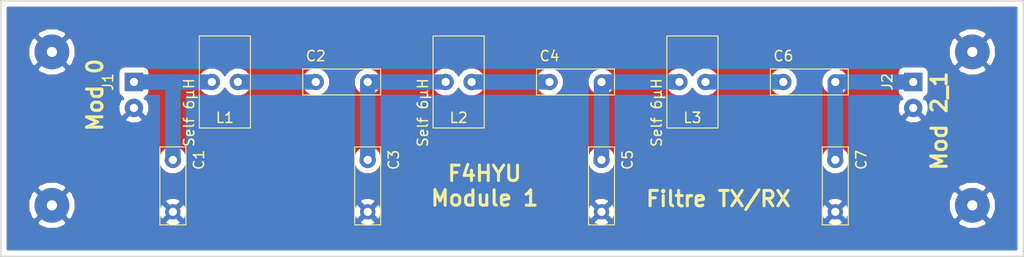
<source format=kicad_pcb>
(kicad_pcb (version 4) (host pcbnew 4.0.7)

  (general
    (links 20)
    (no_connects 0)
    (area 19.924999 19.924999 120.075001 45.075001)
    (thickness 1.6)
    (drawings 8)
    (tracks 12)
    (zones 0)
    (modules 16)
    (nets 9)
  )

  (page A4)
  (layers
    (0 F.Cu signal)
    (31 B.Cu signal)
    (32 B.Adhes user)
    (33 F.Adhes user)
    (34 B.Paste user)
    (35 F.Paste user)
    (36 B.SilkS user)
    (37 F.SilkS user)
    (38 B.Mask user)
    (39 F.Mask user)
    (40 Dwgs.User user)
    (41 Cmts.User user)
    (42 Eco1.User user)
    (43 Eco2.User user)
    (44 Edge.Cuts user)
    (45 Margin user)
    (46 B.CrtYd user)
    (47 F.CrtYd user)
    (48 B.Fab user)
    (49 F.Fab user)
  )

  (setup
    (last_trace_width 1.5)
    (user_trace_width 1.5)
    (trace_clearance 0.3)
    (zone_clearance 0.508)
    (zone_45_only no)
    (trace_min 0.2)
    (segment_width 0.2)
    (edge_width 0.15)
    (via_size 0.6)
    (via_drill 0.4)
    (via_min_size 0.4)
    (via_min_drill 0.3)
    (user_via 2 1)
    (uvia_size 0.3)
    (uvia_drill 0.1)
    (uvias_allowed no)
    (uvia_min_size 0.2)
    (uvia_min_drill 0.1)
    (pcb_text_width 0.3)
    (pcb_text_size 1.5 1.5)
    (mod_edge_width 0.15)
    (mod_text_size 1 1)
    (mod_text_width 0.15)
    (pad_size 1.524 1.524)
    (pad_drill 0.762)
    (pad_to_mask_clearance 0.2)
    (aux_axis_origin 0 0)
    (visible_elements FFFFFF7F)
    (pcbplotparams
      (layerselection 0x01000_80000001)
      (usegerberextensions false)
      (excludeedgelayer true)
      (linewidth 0.100000)
      (plotframeref false)
      (viasonmask false)
      (mode 1)
      (useauxorigin false)
      (hpglpennumber 1)
      (hpglpenspeed 20)
      (hpglpendiameter 15)
      (hpglpenoverlay 2)
      (psnegative false)
      (psa4output false)
      (plotreference true)
      (plotvalue true)
      (plotinvisibletext false)
      (padsonsilk false)
      (subtractmaskfromsilk false)
      (outputformat 1)
      (mirror false)
      (drillshape 0)
      (scaleselection 1)
      (outputdirectory Module_1-Gerber/))
  )

  (net 0 "")
  (net 1 "Net-(C1-Pad1)")
  (net 2 GND)
  (net 3 "Net-(C2-Pad1)")
  (net 4 "Net-(C2-Pad2)")
  (net 5 "Net-(C4-Pad1)")
  (net 6 "Net-(C4-Pad2)")
  (net 7 "Net-(C6-Pad1)")
  (net 8 "Net-(C6-Pad2)")

  (net_class Default "Ceci est la Netclass par défaut"
    (clearance 0.3)
    (trace_width 0.25)
    (via_dia 0.6)
    (via_drill 0.4)
    (uvia_dia 0.3)
    (uvia_drill 0.1)
    (add_net GND)
    (add_net "Net-(C1-Pad1)")
    (add_net "Net-(C2-Pad1)")
    (add_net "Net-(C2-Pad2)")
    (add_net "Net-(C4-Pad1)")
    (add_net "Net-(C4-Pad2)")
    (add_net "Net-(C6-Pad1)")
    (add_net "Net-(C6-Pad2)")
  )

  (module alex-library:C-P_5.08-L_7.5-H_6-P_2.5 (layer F.Cu) (tedit 5AB51172) (tstamp 5ABD0DE5)
    (at 36.83 35.56 270)
    (descr "C, Rect series, Radial, pin pitch=7.50mm, , length*width=10*2.5mm^2, Capacitor, http://www.wima.com/EN/WIMA_MKS_4.pdf")
    (tags "C Rect series Radial pin pitch 7.50mm  length 10mm width 2.5mm Capacitor")
    (path /5ABD0B50)
    (fp_text reference C1 (at 0 -2.54 270) (layer F.SilkS)
      (effects (font (size 1 1) (thickness 0.15)))
    )
    (fp_text value 470pF (at 3.81 2.54 270) (layer F.Fab)
      (effects (font (size 1 1) (thickness 0.15)))
    )
    (fp_line (start -1.143 -1.143) (end 6.223 -1.143) (layer F.Fab) (width 0.1))
    (fp_line (start 6.223 -1.143) (end 6.223 1.143) (layer F.Fab) (width 0.1))
    (fp_line (start 6.223 1.143) (end -1.143 1.143) (layer F.Fab) (width 0.1))
    (fp_line (start -1.143 1.143) (end -1.143 -1.143) (layer F.Fab) (width 0.1))
    (fp_line (start -1.524 -1.524) (end 6.604 -1.524) (layer F.CrtYd) (width 0.1))
    (fp_line (start 6.604 -1.524) (end 6.604 1.524) (layer F.CrtYd) (width 0.1))
    (fp_line (start 6.604 1.524) (end -1.524 1.524) (layer F.CrtYd) (width 0.1))
    (fp_line (start -1.524 1.524) (end -1.524 -1.524) (layer F.CrtYd) (width 0.1))
    (fp_line (start -1.27 -1.27) (end -1.27 1.27) (layer F.SilkS) (width 0.1))
    (fp_line (start -1.27 1.27) (end 6.35 1.27) (layer F.SilkS) (width 0.1))
    (fp_line (start 6.35 1.27) (end 6.35 -1.27) (layer F.SilkS) (width 0.1))
    (fp_line (start 6.35 -1.27) (end -1.27 -1.27) (layer F.SilkS) (width 0.1))
    (fp_text user %R (at 6.35 -2.54 270) (layer F.Fab)
      (effects (font (size 1 1) (thickness 0.15)))
    )
    (pad 1 thru_hole circle (at 0 0 270) (size 1.6 1.6) (drill 0.8) (layers *.Cu *.Mask)
      (net 1 "Net-(C1-Pad1)"))
    (pad 2 thru_hole circle (at 5.08 0 270) (size 1.5 1.5) (drill 0.8) (layers *.Cu *.Mask)
      (net 2 GND))
    (model ../../../../../../Users/PORTABLE/Documents/GitProjets/Fablab19-Alex-Kicad-Library/package3d/Capas/Capa-Plastique-Pas_5_08-Larg_7_5-Haut_6-Prof_2_5.wrl
      (at (xyz 0.097 0 0))
      (scale (xyz 0.39 0.39 0.39))
      (rotate (xyz 0 0 0))
    )
  )

  (module alex-library:C-P_5.08-L_7.5-H_6-P_2.5 (layer F.Cu) (tedit 5AB51172) (tstamp 5ABD0DEB)
    (at 50.8 27.94)
    (descr "C, Rect series, Radial, pin pitch=7.50mm, , length*width=10*2.5mm^2, Capacitor, http://www.wima.com/EN/WIMA_MKS_4.pdf")
    (tags "C Rect series Radial pin pitch 7.50mm  length 10mm width 2.5mm Capacitor")
    (path /5ABD0C00)
    (fp_text reference C2 (at 0 -2.54) (layer F.SilkS)
      (effects (font (size 1 1) (thickness 0.15)))
    )
    (fp_text value 100pF (at 3.81 2.54) (layer F.Fab)
      (effects (font (size 1 1) (thickness 0.15)))
    )
    (fp_line (start -1.143 -1.143) (end 6.223 -1.143) (layer F.Fab) (width 0.1))
    (fp_line (start 6.223 -1.143) (end 6.223 1.143) (layer F.Fab) (width 0.1))
    (fp_line (start 6.223 1.143) (end -1.143 1.143) (layer F.Fab) (width 0.1))
    (fp_line (start -1.143 1.143) (end -1.143 -1.143) (layer F.Fab) (width 0.1))
    (fp_line (start -1.524 -1.524) (end 6.604 -1.524) (layer F.CrtYd) (width 0.1))
    (fp_line (start 6.604 -1.524) (end 6.604 1.524) (layer F.CrtYd) (width 0.1))
    (fp_line (start 6.604 1.524) (end -1.524 1.524) (layer F.CrtYd) (width 0.1))
    (fp_line (start -1.524 1.524) (end -1.524 -1.524) (layer F.CrtYd) (width 0.1))
    (fp_line (start -1.27 -1.27) (end -1.27 1.27) (layer F.SilkS) (width 0.1))
    (fp_line (start -1.27 1.27) (end 6.35 1.27) (layer F.SilkS) (width 0.1))
    (fp_line (start 6.35 1.27) (end 6.35 -1.27) (layer F.SilkS) (width 0.1))
    (fp_line (start 6.35 -1.27) (end -1.27 -1.27) (layer F.SilkS) (width 0.1))
    (fp_text user %R (at 6.35 -2.54) (layer F.Fab)
      (effects (font (size 1 1) (thickness 0.15)))
    )
    (pad 1 thru_hole circle (at 0 0) (size 1.6 1.6) (drill 0.8) (layers *.Cu *.Mask)
      (net 3 "Net-(C2-Pad1)"))
    (pad 2 thru_hole circle (at 5.08 0) (size 1.5 1.5) (drill 0.8) (layers *.Cu *.Mask)
      (net 4 "Net-(C2-Pad2)"))
    (model ../../../../../../Users/PORTABLE/Documents/GitProjets/Fablab19-Alex-Kicad-Library/package3d/Capas/Capa-Plastique-Pas_5_08-Larg_7_5-Haut_6-Prof_2_5.wrl
      (at (xyz 0.097 0 0))
      (scale (xyz 0.39 0.39 0.39))
      (rotate (xyz 0 0 0))
    )
  )

  (module alex-library:C-P_5.08-L_7.5-H_6-P_2.5 (layer F.Cu) (tedit 5AB51172) (tstamp 5ABD0DF1)
    (at 55.88 35.56 270)
    (descr "C, Rect series, Radial, pin pitch=7.50mm, , length*width=10*2.5mm^2, Capacitor, http://www.wima.com/EN/WIMA_MKS_4.pdf")
    (tags "C Rect series Radial pin pitch 7.50mm  length 10mm width 2.5mm Capacitor")
    (path /5ABD0B7C)
    (fp_text reference C3 (at 0 -2.54 270) (layer F.SilkS)
      (effects (font (size 1 1) (thickness 0.15)))
    )
    (fp_text value 1000pF (at 3.81 2.54 270) (layer F.Fab)
      (effects (font (size 1 1) (thickness 0.15)))
    )
    (fp_line (start -1.143 -1.143) (end 6.223 -1.143) (layer F.Fab) (width 0.1))
    (fp_line (start 6.223 -1.143) (end 6.223 1.143) (layer F.Fab) (width 0.1))
    (fp_line (start 6.223 1.143) (end -1.143 1.143) (layer F.Fab) (width 0.1))
    (fp_line (start -1.143 1.143) (end -1.143 -1.143) (layer F.Fab) (width 0.1))
    (fp_line (start -1.524 -1.524) (end 6.604 -1.524) (layer F.CrtYd) (width 0.1))
    (fp_line (start 6.604 -1.524) (end 6.604 1.524) (layer F.CrtYd) (width 0.1))
    (fp_line (start 6.604 1.524) (end -1.524 1.524) (layer F.CrtYd) (width 0.1))
    (fp_line (start -1.524 1.524) (end -1.524 -1.524) (layer F.CrtYd) (width 0.1))
    (fp_line (start -1.27 -1.27) (end -1.27 1.27) (layer F.SilkS) (width 0.1))
    (fp_line (start -1.27 1.27) (end 6.35 1.27) (layer F.SilkS) (width 0.1))
    (fp_line (start 6.35 1.27) (end 6.35 -1.27) (layer F.SilkS) (width 0.1))
    (fp_line (start 6.35 -1.27) (end -1.27 -1.27) (layer F.SilkS) (width 0.1))
    (fp_text user %R (at 6.35 -2.54 270) (layer F.Fab)
      (effects (font (size 1 1) (thickness 0.15)))
    )
    (pad 1 thru_hole circle (at 0 0 270) (size 1.6 1.6) (drill 0.8) (layers *.Cu *.Mask)
      (net 4 "Net-(C2-Pad2)"))
    (pad 2 thru_hole circle (at 5.08 0 270) (size 1.5 1.5) (drill 0.8) (layers *.Cu *.Mask)
      (net 2 GND))
    (model ../../../../../../Users/PORTABLE/Documents/GitProjets/Fablab19-Alex-Kicad-Library/package3d/Capas/Capa-Plastique-Pas_5_08-Larg_7_5-Haut_6-Prof_2_5.wrl
      (at (xyz 0.097 0 0))
      (scale (xyz 0.39 0.39 0.39))
      (rotate (xyz 0 0 0))
    )
  )

  (module alex-library:C-P_5.08-L_7.5-H_6-P_2.5 (layer F.Cu) (tedit 5AB51172) (tstamp 5ABD0DF7)
    (at 73.66 27.94)
    (descr "C, Rect series, Radial, pin pitch=7.50mm, , length*width=10*2.5mm^2, Capacitor, http://www.wima.com/EN/WIMA_MKS_4.pdf")
    (tags "C Rect series Radial pin pitch 7.50mm  length 10mm width 2.5mm Capacitor")
    (path /5ABD0DA1)
    (fp_text reference C4 (at 0 -2.54) (layer F.SilkS)
      (effects (font (size 1 1) (thickness 0.15)))
    )
    (fp_text value 100pF (at 3.81 2.54) (layer F.Fab)
      (effects (font (size 1 1) (thickness 0.15)))
    )
    (fp_line (start -1.143 -1.143) (end 6.223 -1.143) (layer F.Fab) (width 0.1))
    (fp_line (start 6.223 -1.143) (end 6.223 1.143) (layer F.Fab) (width 0.1))
    (fp_line (start 6.223 1.143) (end -1.143 1.143) (layer F.Fab) (width 0.1))
    (fp_line (start -1.143 1.143) (end -1.143 -1.143) (layer F.Fab) (width 0.1))
    (fp_line (start -1.524 -1.524) (end 6.604 -1.524) (layer F.CrtYd) (width 0.1))
    (fp_line (start 6.604 -1.524) (end 6.604 1.524) (layer F.CrtYd) (width 0.1))
    (fp_line (start 6.604 1.524) (end -1.524 1.524) (layer F.CrtYd) (width 0.1))
    (fp_line (start -1.524 1.524) (end -1.524 -1.524) (layer F.CrtYd) (width 0.1))
    (fp_line (start -1.27 -1.27) (end -1.27 1.27) (layer F.SilkS) (width 0.1))
    (fp_line (start -1.27 1.27) (end 6.35 1.27) (layer F.SilkS) (width 0.1))
    (fp_line (start 6.35 1.27) (end 6.35 -1.27) (layer F.SilkS) (width 0.1))
    (fp_line (start 6.35 -1.27) (end -1.27 -1.27) (layer F.SilkS) (width 0.1))
    (fp_text user %R (at 6.35 -2.54) (layer F.Fab)
      (effects (font (size 1 1) (thickness 0.15)))
    )
    (pad 1 thru_hole circle (at 0 0) (size 1.6 1.6) (drill 0.8) (layers *.Cu *.Mask)
      (net 5 "Net-(C4-Pad1)"))
    (pad 2 thru_hole circle (at 5.08 0) (size 1.5 1.5) (drill 0.8) (layers *.Cu *.Mask)
      (net 6 "Net-(C4-Pad2)"))
    (model ../../../../../../Users/PORTABLE/Documents/GitProjets/Fablab19-Alex-Kicad-Library/package3d/Capas/Capa-Plastique-Pas_5_08-Larg_7_5-Haut_6-Prof_2_5.wrl
      (at (xyz 0.097 0 0))
      (scale (xyz 0.39 0.39 0.39))
      (rotate (xyz 0 0 0))
    )
  )

  (module alex-library:C-P_5.08-L_7.5-H_6-P_2.5 (layer F.Cu) (tedit 5AB51172) (tstamp 5ABD0DFD)
    (at 78.74 35.56 270)
    (descr "C, Rect series, Radial, pin pitch=7.50mm, , length*width=10*2.5mm^2, Capacitor, http://www.wima.com/EN/WIMA_MKS_4.pdf")
    (tags "C Rect series Radial pin pitch 7.50mm  length 10mm width 2.5mm Capacitor")
    (path /5ABD0DCB)
    (fp_text reference C5 (at 0 -2.54 270) (layer F.SilkS)
      (effects (font (size 1 1) (thickness 0.15)))
    )
    (fp_text value 1000pF (at 3.81 2.54 270) (layer F.Fab)
      (effects (font (size 1 1) (thickness 0.15)))
    )
    (fp_line (start -1.143 -1.143) (end 6.223 -1.143) (layer F.Fab) (width 0.1))
    (fp_line (start 6.223 -1.143) (end 6.223 1.143) (layer F.Fab) (width 0.1))
    (fp_line (start 6.223 1.143) (end -1.143 1.143) (layer F.Fab) (width 0.1))
    (fp_line (start -1.143 1.143) (end -1.143 -1.143) (layer F.Fab) (width 0.1))
    (fp_line (start -1.524 -1.524) (end 6.604 -1.524) (layer F.CrtYd) (width 0.1))
    (fp_line (start 6.604 -1.524) (end 6.604 1.524) (layer F.CrtYd) (width 0.1))
    (fp_line (start 6.604 1.524) (end -1.524 1.524) (layer F.CrtYd) (width 0.1))
    (fp_line (start -1.524 1.524) (end -1.524 -1.524) (layer F.CrtYd) (width 0.1))
    (fp_line (start -1.27 -1.27) (end -1.27 1.27) (layer F.SilkS) (width 0.1))
    (fp_line (start -1.27 1.27) (end 6.35 1.27) (layer F.SilkS) (width 0.1))
    (fp_line (start 6.35 1.27) (end 6.35 -1.27) (layer F.SilkS) (width 0.1))
    (fp_line (start 6.35 -1.27) (end -1.27 -1.27) (layer F.SilkS) (width 0.1))
    (fp_text user %R (at 6.35 -2.54 270) (layer F.Fab)
      (effects (font (size 1 1) (thickness 0.15)))
    )
    (pad 1 thru_hole circle (at 0 0 270) (size 1.6 1.6) (drill 0.8) (layers *.Cu *.Mask)
      (net 6 "Net-(C4-Pad2)"))
    (pad 2 thru_hole circle (at 5.08 0 270) (size 1.5 1.5) (drill 0.8) (layers *.Cu *.Mask)
      (net 2 GND))
    (model ../../../../../../Users/PORTABLE/Documents/GitProjets/Fablab19-Alex-Kicad-Library/package3d/Capas/Capa-Plastique-Pas_5_08-Larg_7_5-Haut_6-Prof_2_5.wrl
      (at (xyz 0.097 0 0))
      (scale (xyz 0.39 0.39 0.39))
      (rotate (xyz 0 0 0))
    )
  )

  (module alex-library:C-P_5.08-L_7.5-H_6-P_2.5 (layer F.Cu) (tedit 5AB51172) (tstamp 5ABD0E03)
    (at 96.52 27.94)
    (descr "C, Rect series, Radial, pin pitch=7.50mm, , length*width=10*2.5mm^2, Capacitor, http://www.wima.com/EN/WIMA_MKS_4.pdf")
    (tags "C Rect series Radial pin pitch 7.50mm  length 10mm width 2.5mm Capacitor")
    (path /5ABD0EEA)
    (fp_text reference C6 (at 0 -2.54) (layer F.SilkS)
      (effects (font (size 1 1) (thickness 0.15)))
    )
    (fp_text value 100pF (at 3.81 2.54) (layer F.Fab)
      (effects (font (size 1 1) (thickness 0.15)))
    )
    (fp_line (start -1.143 -1.143) (end 6.223 -1.143) (layer F.Fab) (width 0.1))
    (fp_line (start 6.223 -1.143) (end 6.223 1.143) (layer F.Fab) (width 0.1))
    (fp_line (start 6.223 1.143) (end -1.143 1.143) (layer F.Fab) (width 0.1))
    (fp_line (start -1.143 1.143) (end -1.143 -1.143) (layer F.Fab) (width 0.1))
    (fp_line (start -1.524 -1.524) (end 6.604 -1.524) (layer F.CrtYd) (width 0.1))
    (fp_line (start 6.604 -1.524) (end 6.604 1.524) (layer F.CrtYd) (width 0.1))
    (fp_line (start 6.604 1.524) (end -1.524 1.524) (layer F.CrtYd) (width 0.1))
    (fp_line (start -1.524 1.524) (end -1.524 -1.524) (layer F.CrtYd) (width 0.1))
    (fp_line (start -1.27 -1.27) (end -1.27 1.27) (layer F.SilkS) (width 0.1))
    (fp_line (start -1.27 1.27) (end 6.35 1.27) (layer F.SilkS) (width 0.1))
    (fp_line (start 6.35 1.27) (end 6.35 -1.27) (layer F.SilkS) (width 0.1))
    (fp_line (start 6.35 -1.27) (end -1.27 -1.27) (layer F.SilkS) (width 0.1))
    (fp_text user %R (at 6.35 -2.54) (layer F.Fab)
      (effects (font (size 1 1) (thickness 0.15)))
    )
    (pad 1 thru_hole circle (at 0 0) (size 1.6 1.6) (drill 0.8) (layers *.Cu *.Mask)
      (net 7 "Net-(C6-Pad1)"))
    (pad 2 thru_hole circle (at 5.08 0) (size 1.5 1.5) (drill 0.8) (layers *.Cu *.Mask)
      (net 8 "Net-(C6-Pad2)"))
    (model ../../../../../../Users/PORTABLE/Documents/GitProjets/Fablab19-Alex-Kicad-Library/package3d/Capas/Capa-Plastique-Pas_5_08-Larg_7_5-Haut_6-Prof_2_5.wrl
      (at (xyz 0.097 0 0))
      (scale (xyz 0.39 0.39 0.39))
      (rotate (xyz 0 0 0))
    )
  )

  (module alex-library:C-P_5.08-L_7.5-H_6-P_2.5 (layer F.Cu) (tedit 5AB51172) (tstamp 5ABD0E09)
    (at 101.6 35.56 270)
    (descr "C, Rect series, Radial, pin pitch=7.50mm, , length*width=10*2.5mm^2, Capacitor, http://www.wima.com/EN/WIMA_MKS_4.pdf")
    (tags "C Rect series Radial pin pitch 7.50mm  length 10mm width 2.5mm Capacitor")
    (path /5ABD0F1F)
    (fp_text reference C7 (at 0 -2.54 270) (layer F.SilkS)
      (effects (font (size 1 1) (thickness 0.15)))
    )
    (fp_text value 470pF (at 3.81 2.54 270) (layer F.Fab)
      (effects (font (size 1 1) (thickness 0.15)))
    )
    (fp_line (start -1.143 -1.143) (end 6.223 -1.143) (layer F.Fab) (width 0.1))
    (fp_line (start 6.223 -1.143) (end 6.223 1.143) (layer F.Fab) (width 0.1))
    (fp_line (start 6.223 1.143) (end -1.143 1.143) (layer F.Fab) (width 0.1))
    (fp_line (start -1.143 1.143) (end -1.143 -1.143) (layer F.Fab) (width 0.1))
    (fp_line (start -1.524 -1.524) (end 6.604 -1.524) (layer F.CrtYd) (width 0.1))
    (fp_line (start 6.604 -1.524) (end 6.604 1.524) (layer F.CrtYd) (width 0.1))
    (fp_line (start 6.604 1.524) (end -1.524 1.524) (layer F.CrtYd) (width 0.1))
    (fp_line (start -1.524 1.524) (end -1.524 -1.524) (layer F.CrtYd) (width 0.1))
    (fp_line (start -1.27 -1.27) (end -1.27 1.27) (layer F.SilkS) (width 0.1))
    (fp_line (start -1.27 1.27) (end 6.35 1.27) (layer F.SilkS) (width 0.1))
    (fp_line (start 6.35 1.27) (end 6.35 -1.27) (layer F.SilkS) (width 0.1))
    (fp_line (start 6.35 -1.27) (end -1.27 -1.27) (layer F.SilkS) (width 0.1))
    (fp_text user %R (at 6.35 -2.54 270) (layer F.Fab)
      (effects (font (size 1 1) (thickness 0.15)))
    )
    (pad 1 thru_hole circle (at 0 0 270) (size 1.6 1.6) (drill 0.8) (layers *.Cu *.Mask)
      (net 8 "Net-(C6-Pad2)"))
    (pad 2 thru_hole circle (at 5.08 0 270) (size 1.5 1.5) (drill 0.8) (layers *.Cu *.Mask)
      (net 2 GND))
    (model ../../../../../../Users/PORTABLE/Documents/GitProjets/Fablab19-Alex-Kicad-Library/package3d/Capas/Capa-Plastique-Pas_5_08-Larg_7_5-Haut_6-Prof_2_5.wrl
      (at (xyz 0.097 0 0))
      (scale (xyz 0.39 0.39 0.39))
      (rotate (xyz 0 0 0))
    )
  )

  (module alex-library:Connect-2pin (layer F.Cu) (tedit 5AB6217C) (tstamp 5ABD0E0F)
    (at 33.02 27.94 270)
    (path /5ABD0F5B)
    (fp_text reference J1 (at 0 2.54 270) (layer F.SilkS)
      (effects (font (size 1 1) (thickness 0.15)))
    )
    (fp_text value Conn_01x02 (at 0 -2.54 270) (layer F.Fab) hide
      (effects (font (size 1 1) (thickness 0.15)))
    )
    (pad 1 thru_hole rect (at 0 0 270) (size 1.8 1.8) (drill 0.8) (layers *.Cu *.Mask)
      (net 1 "Net-(C1-Pad1)"))
    (pad 2 thru_hole circle (at 2.54 0 270) (size 1.8 1.8) (drill 0.8) (layers *.Cu *.Mask)
      (net 2 GND))
  )

  (module alex-library:Connect-2pin (layer F.Cu) (tedit 5AB6217C) (tstamp 5ABD0E15)
    (at 109.22 27.94 270)
    (path /5ABD0FA1)
    (fp_text reference J2 (at 0 2.54 270) (layer F.SilkS)
      (effects (font (size 1 1) (thickness 0.15)))
    )
    (fp_text value Conn_01x02 (at 0 -2.54 270) (layer F.Fab) hide
      (effects (font (size 1 1) (thickness 0.15)))
    )
    (pad 1 thru_hole rect (at 0 0 270) (size 1.8 1.8) (drill 0.8) (layers *.Cu *.Mask)
      (net 8 "Net-(C6-Pad2)"))
    (pad 2 thru_hole circle (at 2.54 0 270) (size 1.8 1.8) (drill 0.8) (layers *.Cu *.Mask)
      (net 2 GND))
  )

  (module alex-library:Self_T30-6 (layer F.Cu) (tedit 5AB3F9E3) (tstamp 5ABD0E1B)
    (at 41.91 27.94 90)
    (path /5ABD09EA)
    (fp_text reference L1 (at -3.5 0 180) (layer F.SilkS)
      (effects (font (size 1 1) (thickness 0.15)))
    )
    (fp_text value "Self 6µH" (at -3 -3.5 90) (layer F.SilkS)
      (effects (font (size 1 1) (thickness 0.15)))
    )
    (fp_line (start -4.5 2.5) (end 4.5 2.5) (layer F.SilkS) (width 0.1))
    (fp_line (start -4.5 -2.5) (end 4.5 -2.5) (layer F.SilkS) (width 0.1))
    (fp_line (start -4.5 -2.5) (end -4.5 2.5) (layer F.SilkS) (width 0.1))
    (fp_line (start 4.5 -2.5) (end 4.5 2.5) (layer F.SilkS) (width 0.1))
    (pad 1 thru_hole circle (at 0 -1.27 90) (size 1.6 1.6) (drill 0.8) (layers *.Cu *.Mask)
      (net 1 "Net-(C1-Pad1)"))
    (pad 2 thru_hole circle (at 0 1.27 90) (size 1.6 1.6) (drill 0.8) (layers *.Cu *.Mask)
      (net 3 "Net-(C2-Pad1)"))
    (model ../../../../../../Users/PORTABLE/Documents/GitProjets/Fablab19-Alex-Kicad-Library/package3d/HF-Modules.3dshapes/Self-T30-6.wrl
      (at (xyz 0 0 0.18))
      (scale (xyz 0.4 0.4 0.4))
      (rotate (xyz 0 0 90))
    )
  )

  (module alex-library:Self_T30-6 (layer F.Cu) (tedit 5AB3F9E3) (tstamp 5ABD0E21)
    (at 64.77 27.94 90)
    (path /5ABD0CDF)
    (fp_text reference L2 (at -3.5 0 180) (layer F.SilkS)
      (effects (font (size 1 1) (thickness 0.15)))
    )
    (fp_text value "Self 6µH" (at -3 -3.5 90) (layer F.SilkS)
      (effects (font (size 1 1) (thickness 0.15)))
    )
    (fp_line (start -4.5 2.5) (end 4.5 2.5) (layer F.SilkS) (width 0.1))
    (fp_line (start -4.5 -2.5) (end 4.5 -2.5) (layer F.SilkS) (width 0.1))
    (fp_line (start -4.5 -2.5) (end -4.5 2.5) (layer F.SilkS) (width 0.1))
    (fp_line (start 4.5 -2.5) (end 4.5 2.5) (layer F.SilkS) (width 0.1))
    (pad 1 thru_hole circle (at 0 -1.27 90) (size 1.6 1.6) (drill 0.8) (layers *.Cu *.Mask)
      (net 4 "Net-(C2-Pad2)"))
    (pad 2 thru_hole circle (at 0 1.27 90) (size 1.6 1.6) (drill 0.8) (layers *.Cu *.Mask)
      (net 5 "Net-(C4-Pad1)"))
    (model ../../../../../../Users/PORTABLE/Documents/GitProjets/Fablab19-Alex-Kicad-Library/package3d/HF-Modules.3dshapes/Self-T30-6.wrl
      (at (xyz 0 0 0.18))
      (scale (xyz 0.4 0.4 0.4))
      (rotate (xyz 0 0 90))
    )
  )

  (module alex-library:Self_T30-6 (layer F.Cu) (tedit 5AB3F9E3) (tstamp 5ABD0E27)
    (at 87.63 27.94 90)
    (path /5ABD0DF8)
    (fp_text reference L3 (at -3.5 0 180) (layer F.SilkS)
      (effects (font (size 1 1) (thickness 0.15)))
    )
    (fp_text value "Self 6µH" (at -3 -3.5 90) (layer F.SilkS)
      (effects (font (size 1 1) (thickness 0.15)))
    )
    (fp_line (start -4.5 2.5) (end 4.5 2.5) (layer F.SilkS) (width 0.1))
    (fp_line (start -4.5 -2.5) (end 4.5 -2.5) (layer F.SilkS) (width 0.1))
    (fp_line (start -4.5 -2.5) (end -4.5 2.5) (layer F.SilkS) (width 0.1))
    (fp_line (start 4.5 -2.5) (end 4.5 2.5) (layer F.SilkS) (width 0.1))
    (pad 1 thru_hole circle (at 0 -1.27 90) (size 1.6 1.6) (drill 0.8) (layers *.Cu *.Mask)
      (net 6 "Net-(C4-Pad2)"))
    (pad 2 thru_hole circle (at 0 1.27 90) (size 1.6 1.6) (drill 0.8) (layers *.Cu *.Mask)
      (net 7 "Net-(C6-Pad1)"))
    (model ../../../../../../Users/PORTABLE/Documents/GitProjets/Fablab19-Alex-Kicad-Library/package3d/HF-Modules.3dshapes/Self-T30-6.wrl
      (at (xyz 0 0 0.18))
      (scale (xyz 0.4 0.4 0.4))
      (rotate (xyz 0 0 90))
    )
  )

  (module alex-library:M3-Hole (layer F.Cu) (tedit 5ABA6955) (tstamp 5ABD0E8E)
    (at 25 40)
    (path /5ABD27B5)
    (fp_text reference H1 (at 0 3) (layer F.SilkS) hide
      (effects (font (size 1 1) (thickness 0.15)))
    )
    (fp_text value M3-Hole (at 0.5 -3) (layer F.Fab) hide
      (effects (font (size 1 1) (thickness 0.15)))
    )
    (fp_line (start -2 -2) (end 2 -2) (layer F.CrtYd) (width 0.1))
    (fp_line (start 2 -2) (end 2 2) (layer F.CrtYd) (width 0.1))
    (fp_line (start 2 2) (end -2 2) (layer F.CrtYd) (width 0.1))
    (fp_line (start -2 2) (end -2 -2) (layer F.CrtYd) (width 0.1))
    (pad 1 thru_hole circle (at 0 0) (size 3.4 3.4) (drill 1) (layers *.Cu *.Mask)
      (net 2 GND))
  )

  (module alex-library:M3-Hole (layer F.Cu) (tedit 5ABA6955) (tstamp 5ABD0E93)
    (at 115 25)
    (path /5ABD2803)
    (fp_text reference H2 (at 0 3) (layer F.SilkS) hide
      (effects (font (size 1 1) (thickness 0.15)))
    )
    (fp_text value M3-Hole (at 0.5 -3) (layer F.Fab) hide
      (effects (font (size 1 1) (thickness 0.15)))
    )
    (fp_line (start -2 -2) (end 2 -2) (layer F.CrtYd) (width 0.1))
    (fp_line (start 2 -2) (end 2 2) (layer F.CrtYd) (width 0.1))
    (fp_line (start 2 2) (end -2 2) (layer F.CrtYd) (width 0.1))
    (fp_line (start -2 2) (end -2 -2) (layer F.CrtYd) (width 0.1))
    (pad 1 thru_hole circle (at 0 0) (size 3.4 3.4) (drill 1) (layers *.Cu *.Mask)
      (net 2 GND))
  )

  (module alex-library:M3-Hole (layer F.Cu) (tedit 5ABA6955) (tstamp 5ABD0E98)
    (at 25 25)
    (path /5ABD2832)
    (fp_text reference H3 (at 0 3) (layer F.SilkS) hide
      (effects (font (size 1 1) (thickness 0.15)))
    )
    (fp_text value M3-Hole (at 0.5 -3) (layer F.Fab) hide
      (effects (font (size 1 1) (thickness 0.15)))
    )
    (fp_line (start -2 -2) (end 2 -2) (layer F.CrtYd) (width 0.1))
    (fp_line (start 2 -2) (end 2 2) (layer F.CrtYd) (width 0.1))
    (fp_line (start 2 2) (end -2 2) (layer F.CrtYd) (width 0.1))
    (fp_line (start -2 2) (end -2 -2) (layer F.CrtYd) (width 0.1))
    (pad 1 thru_hole circle (at 0 0) (size 3.4 3.4) (drill 1) (layers *.Cu *.Mask)
      (net 2 GND))
  )

  (module alex-library:M3-Hole (layer F.Cu) (tedit 5ABA6955) (tstamp 5ABD0E9D)
    (at 115 40)
    (path /5ABD2861)
    (fp_text reference H4 (at 0 3) (layer F.SilkS) hide
      (effects (font (size 1 1) (thickness 0.15)))
    )
    (fp_text value M3-Hole (at 0.5 -3) (layer F.Fab) hide
      (effects (font (size 1 1) (thickness 0.15)))
    )
    (fp_line (start -2 -2) (end 2 -2) (layer F.CrtYd) (width 0.1))
    (fp_line (start 2 -2) (end 2 2) (layer F.CrtYd) (width 0.1))
    (fp_line (start 2 2) (end -2 2) (layer F.CrtYd) (width 0.1))
    (fp_line (start -2 2) (end -2 -2) (layer F.CrtYd) (width 0.1))
    (pad 1 thru_hole circle (at 0 0) (size 3.4 3.4) (drill 1) (layers *.Cu *.Mask)
      (net 2 GND))
  )

  (gr_text "Filtre TX/RX" (at 90.17 39.37) (layer F.SilkS)
    (effects (font (size 1.5 1.5) (thickness 0.3)))
  )
  (gr_text "F4HYU\nModule 1" (at 67.31 38.1) (layer F.SilkS)
    (effects (font (size 1.5 1.5) (thickness 0.3)))
  )
  (gr_text "Mod 2_1" (at 111.76 31.75 90) (layer F.SilkS)
    (effects (font (size 1.5 1.5) (thickness 0.3)))
  )
  (gr_text "Mod 0" (at 29.21 29.21 90) (layer F.SilkS)
    (effects (font (size 1.5 1.5) (thickness 0.3)))
  )
  (gr_line (start 20 45) (end 20 20) (angle 90) (layer Edge.Cuts) (width 0.15))
  (gr_line (start 120 45) (end 20 45) (angle 90) (layer Edge.Cuts) (width 0.15))
  (gr_line (start 120 20) (end 120 45) (angle 90) (layer Edge.Cuts) (width 0.15))
  (gr_line (start 20 20) (end 120 20) (angle 90) (layer Edge.Cuts) (width 0.15))

  (segment (start 36.83 35.56) (end 36.83 27.94) (width 1.5) (layer B.Cu) (net 1) (status 400000))
  (segment (start 33.02 27.94) (end 36.83 27.94) (width 1.5) (layer B.Cu) (net 1) (status 400000))
  (segment (start 36.83 27.94) (end 40.64 27.94) (width 1.5) (layer B.Cu) (net 1) (tstamp 5ABD1149) (status 800000))
  (segment (start 43.18 27.94) (end 50.8 27.94) (width 1.5) (layer B.Cu) (net 3) (status C00000))
  (segment (start 55.88 27.94) (end 63.5 27.94) (width 1.5) (layer B.Cu) (net 4) (status C00000))
  (segment (start 55.88 27.94) (end 55.88 35.56) (width 1.5) (layer B.Cu) (net 4) (status C00000))
  (segment (start 66.04 27.94) (end 73.66 27.94) (width 1.5) (layer B.Cu) (net 5) (status C00000))
  (segment (start 78.74 27.94) (end 86.36 27.94) (width 1.5) (layer B.Cu) (net 6) (status C00000))
  (segment (start 78.74 27.94) (end 78.74 35.56) (width 1.5) (layer B.Cu) (net 6) (status C00000))
  (segment (start 88.9 27.94) (end 96.52 27.94) (width 1.5) (layer B.Cu) (net 7) (status C00000))
  (segment (start 101.6 27.94) (end 109.22 27.94) (width 1.5) (layer B.Cu) (net 8) (status C00000))
  (segment (start 101.6 27.94) (end 101.6 35.56) (width 1.5) (layer B.Cu) (net 8) (status C00000))

  (zone (net 2) (net_name GND) (layer B.Cu) (tstamp 5ABD115D) (hatch edge 0.508)
    (connect_pads (clearance 0.508))
    (min_thickness 0.254)
    (fill yes (arc_segments 16) (thermal_gap 0.508) (thermal_bridge_width 0.508))
    (polygon
      (pts
        (xy 20 20) (xy 120 20) (xy 120 45) (xy 20 45)
      )
    )
    (filled_polygon
      (pts
        (xy 119.29 44.29) (xy 20.71 44.29) (xy 20.71 41.658422) (xy 23.521183 41.658422) (xy 23.705371 41.99797)
        (xy 24.568509 42.341316) (xy 25.497336 42.328218) (xy 26.294629 41.99797) (xy 26.478817 41.658422) (xy 26.431912 41.611517)
        (xy 36.038088 41.611517) (xy 36.106077 41.85246) (xy 36.625171 42.037201) (xy 37.175448 42.00923) (xy 37.553923 41.85246)
        (xy 37.621912 41.611517) (xy 55.088088 41.611517) (xy 55.156077 41.85246) (xy 55.675171 42.037201) (xy 56.225448 42.00923)
        (xy 56.603923 41.85246) (xy 56.671912 41.611517) (xy 77.948088 41.611517) (xy 78.016077 41.85246) (xy 78.535171 42.037201)
        (xy 79.085448 42.00923) (xy 79.463923 41.85246) (xy 79.531912 41.611517) (xy 100.808088 41.611517) (xy 100.876077 41.85246)
        (xy 101.395171 42.037201) (xy 101.945448 42.00923) (xy 102.323923 41.85246) (xy 102.378676 41.658422) (xy 113.521183 41.658422)
        (xy 113.705371 41.99797) (xy 114.568509 42.341316) (xy 115.497336 42.328218) (xy 116.294629 41.99797) (xy 116.478817 41.658422)
        (xy 115 40.179605) (xy 113.521183 41.658422) (xy 102.378676 41.658422) (xy 102.391912 41.611517) (xy 101.6 40.819605)
        (xy 100.808088 41.611517) (xy 79.531912 41.611517) (xy 78.74 40.819605) (xy 77.948088 41.611517) (xy 56.671912 41.611517)
        (xy 55.88 40.819605) (xy 55.088088 41.611517) (xy 37.621912 41.611517) (xy 36.83 40.819605) (xy 36.038088 41.611517)
        (xy 26.431912 41.611517) (xy 25 40.179605) (xy 23.521183 41.658422) (xy 20.71 41.658422) (xy 20.71 39.568509)
        (xy 22.658684 39.568509) (xy 22.671782 40.497336) (xy 23.00203 41.294629) (xy 23.341578 41.478817) (xy 24.820395 40)
        (xy 25.179605 40) (xy 26.658422 41.478817) (xy 26.99797 41.294629) (xy 27.339852 40.435171) (xy 35.432799 40.435171)
        (xy 35.46077 40.985448) (xy 35.61754 41.363923) (xy 35.858483 41.431912) (xy 36.650395 40.64) (xy 37.009605 40.64)
        (xy 37.801517 41.431912) (xy 38.04246 41.363923) (xy 38.227201 40.844829) (xy 38.206378 40.435171) (xy 54.482799 40.435171)
        (xy 54.51077 40.985448) (xy 54.66754 41.363923) (xy 54.908483 41.431912) (xy 55.700395 40.64) (xy 56.059605 40.64)
        (xy 56.851517 41.431912) (xy 57.09246 41.363923) (xy 57.277201 40.844829) (xy 57.256378 40.435171) (xy 77.342799 40.435171)
        (xy 77.37077 40.985448) (xy 77.52754 41.363923) (xy 77.768483 41.431912) (xy 78.560395 40.64) (xy 78.919605 40.64)
        (xy 79.711517 41.431912) (xy 79.95246 41.363923) (xy 80.137201 40.844829) (xy 80.116378 40.435171) (xy 100.202799 40.435171)
        (xy 100.23077 40.985448) (xy 100.38754 41.363923) (xy 100.628483 41.431912) (xy 101.420395 40.64) (xy 101.779605 40.64)
        (xy 102.571517 41.431912) (xy 102.81246 41.363923) (xy 102.997201 40.844829) (xy 102.96923 40.294552) (xy 102.81246 39.916077)
        (xy 102.571517 39.848088) (xy 101.779605 40.64) (xy 101.420395 40.64) (xy 100.628483 39.848088) (xy 100.38754 39.916077)
        (xy 100.202799 40.435171) (xy 80.116378 40.435171) (xy 80.10923 40.294552) (xy 79.95246 39.916077) (xy 79.711517 39.848088)
        (xy 78.919605 40.64) (xy 78.560395 40.64) (xy 77.768483 39.848088) (xy 77.52754 39.916077) (xy 77.342799 40.435171)
        (xy 57.256378 40.435171) (xy 57.24923 40.294552) (xy 57.09246 39.916077) (xy 56.851517 39.848088) (xy 56.059605 40.64)
        (xy 55.700395 40.64) (xy 54.908483 39.848088) (xy 54.66754 39.916077) (xy 54.482799 40.435171) (xy 38.206378 40.435171)
        (xy 38.19923 40.294552) (xy 38.04246 39.916077) (xy 37.801517 39.848088) (xy 37.009605 40.64) (xy 36.650395 40.64)
        (xy 35.858483 39.848088) (xy 35.61754 39.916077) (xy 35.432799 40.435171) (xy 27.339852 40.435171) (xy 27.341316 40.431491)
        (xy 27.330557 39.668483) (xy 36.038088 39.668483) (xy 36.83 40.460395) (xy 37.621912 39.668483) (xy 55.088088 39.668483)
        (xy 55.88 40.460395) (xy 56.671912 39.668483) (xy 77.948088 39.668483) (xy 78.74 40.460395) (xy 79.531912 39.668483)
        (xy 100.808088 39.668483) (xy 101.6 40.460395) (xy 102.391912 39.668483) (xy 102.363702 39.568509) (xy 112.658684 39.568509)
        (xy 112.671782 40.497336) (xy 113.00203 41.294629) (xy 113.341578 41.478817) (xy 114.820395 40) (xy 115.179605 40)
        (xy 116.658422 41.478817) (xy 116.99797 41.294629) (xy 117.341316 40.431491) (xy 117.328218 39.502664) (xy 116.99797 38.705371)
        (xy 116.658422 38.521183) (xy 115.179605 40) (xy 114.820395 40) (xy 113.341578 38.521183) (xy 113.00203 38.705371)
        (xy 112.658684 39.568509) (xy 102.363702 39.568509) (xy 102.323923 39.42754) (xy 101.804829 39.242799) (xy 101.254552 39.27077)
        (xy 100.876077 39.42754) (xy 100.808088 39.668483) (xy 79.531912 39.668483) (xy 79.463923 39.42754) (xy 78.944829 39.242799)
        (xy 78.394552 39.27077) (xy 78.016077 39.42754) (xy 77.948088 39.668483) (xy 56.671912 39.668483) (xy 56.603923 39.42754)
        (xy 56.084829 39.242799) (xy 55.534552 39.27077) (xy 55.156077 39.42754) (xy 55.088088 39.668483) (xy 37.621912 39.668483)
        (xy 37.553923 39.42754) (xy 37.034829 39.242799) (xy 36.484552 39.27077) (xy 36.106077 39.42754) (xy 36.038088 39.668483)
        (xy 27.330557 39.668483) (xy 27.328218 39.502664) (xy 26.99797 38.705371) (xy 26.658422 38.521183) (xy 25.179605 40)
        (xy 24.820395 40) (xy 23.341578 38.521183) (xy 23.00203 38.705371) (xy 22.658684 39.568509) (xy 20.71 39.568509)
        (xy 20.71 38.341578) (xy 23.521183 38.341578) (xy 25 39.820395) (xy 26.478817 38.341578) (xy 113.521183 38.341578)
        (xy 115 39.820395) (xy 116.478817 38.341578) (xy 116.294629 38.00203) (xy 115.431491 37.658684) (xy 114.502664 37.671782)
        (xy 113.705371 38.00203) (xy 113.521183 38.341578) (xy 26.478817 38.341578) (xy 26.294629 38.00203) (xy 25.431491 37.658684)
        (xy 24.502664 37.671782) (xy 23.705371 38.00203) (xy 23.521183 38.341578) (xy 20.71 38.341578) (xy 20.71 31.560159)
        (xy 32.119446 31.560159) (xy 32.205852 31.816643) (xy 32.779336 32.026458) (xy 33.38946 32.000839) (xy 33.834148 31.816643)
        (xy 33.920554 31.560159) (xy 33.02 30.659605) (xy 32.119446 31.560159) (xy 20.71 31.560159) (xy 20.71 26.658422)
        (xy 23.521183 26.658422) (xy 23.705371 26.99797) (xy 24.568509 27.341316) (xy 25.497336 27.328218) (xy 26.193159 27.04)
        (xy 31.47256 27.04) (xy 31.47256 28.84) (xy 31.516838 29.075317) (xy 31.65591 29.291441) (xy 31.859574 29.430598)
        (xy 31.825282 29.46489) (xy 31.939839 29.579447) (xy 31.683357 29.665852) (xy 31.473542 30.239336) (xy 31.499161 30.84946)
        (xy 31.683357 31.294148) (xy 31.939841 31.380554) (xy 32.840395 30.48) (xy 32.826253 30.465858) (xy 33.005858 30.286253)
        (xy 33.02 30.300395) (xy 33.034143 30.286253) (xy 33.213748 30.465858) (xy 33.199605 30.48) (xy 34.100159 31.380554)
        (xy 34.356643 31.294148) (xy 34.566458 30.720664) (xy 34.540839 30.11054) (xy 34.356643 29.665852) (xy 34.100161 29.579447)
        (xy 34.214718 29.46489) (xy 34.17824 29.428412) (xy 34.338946 29.325) (xy 35.445 29.325) (xy 35.445 35.153498)
        (xy 35.39525 35.273309) (xy 35.394752 35.844187) (xy 35.612757 36.3718) (xy 36.016077 36.775824) (xy 36.543309 36.99475)
        (xy 37.114187 36.995248) (xy 37.6418 36.777243) (xy 38.045824 36.373923) (xy 38.26475 35.846691) (xy 38.264752 35.844187)
        (xy 54.444752 35.844187) (xy 54.662757 36.3718) (xy 55.066077 36.775824) (xy 55.593309 36.99475) (xy 56.164187 36.995248)
        (xy 56.6918 36.777243) (xy 57.095824 36.373923) (xy 57.31475 35.846691) (xy 57.314752 35.844187) (xy 77.304752 35.844187)
        (xy 77.522757 36.3718) (xy 77.926077 36.775824) (xy 78.453309 36.99475) (xy 79.024187 36.995248) (xy 79.5518 36.777243)
        (xy 79.955824 36.373923) (xy 80.17475 35.846691) (xy 80.174752 35.844187) (xy 100.164752 35.844187) (xy 100.382757 36.3718)
        (xy 100.786077 36.775824) (xy 101.313309 36.99475) (xy 101.884187 36.995248) (xy 102.4118 36.777243) (xy 102.815824 36.373923)
        (xy 103.03475 35.846691) (xy 103.035248 35.275813) (xy 102.985 35.154203) (xy 102.985 31.560159) (xy 108.319446 31.560159)
        (xy 108.405852 31.816643) (xy 108.979336 32.026458) (xy 109.58946 32.000839) (xy 110.034148 31.816643) (xy 110.120554 31.560159)
        (xy 109.22 30.659605) (xy 108.319446 31.560159) (xy 102.985 31.560159) (xy 102.985 29.325) (xy 107.905025 29.325)
        (xy 108.059574 29.430598) (xy 108.025282 29.46489) (xy 108.139839 29.579447) (xy 107.883357 29.665852) (xy 107.673542 30.239336)
        (xy 107.699161 30.84946) (xy 107.883357 31.294148) (xy 108.139841 31.380554) (xy 109.040395 30.48) (xy 109.026253 30.465858)
        (xy 109.205858 30.286253) (xy 109.22 30.300395) (xy 109.234143 30.286253) (xy 109.413748 30.465858) (xy 109.399605 30.48)
        (xy 110.300159 31.380554) (xy 110.556643 31.294148) (xy 110.766458 30.720664) (xy 110.740839 30.11054) (xy 110.556643 29.665852)
        (xy 110.300161 29.579447) (xy 110.414718 29.46489) (xy 110.37824 29.428412) (xy 110.571441 29.30409) (xy 110.716431 29.09189)
        (xy 110.76744 28.84) (xy 110.76744 27.04) (xy 110.723162 26.804683) (xy 110.629046 26.658422) (xy 113.521183 26.658422)
        (xy 113.705371 26.99797) (xy 114.568509 27.341316) (xy 115.497336 27.328218) (xy 116.294629 26.99797) (xy 116.478817 26.658422)
        (xy 115 25.179605) (xy 113.521183 26.658422) (xy 110.629046 26.658422) (xy 110.58409 26.588559) (xy 110.37189 26.443569)
        (xy 110.12 26.39256) (xy 108.32 26.39256) (xy 108.084683 26.436838) (xy 107.901054 26.555) (xy 101.600636 26.555)
        (xy 101.325715 26.55476) (xy 100.816485 26.765169) (xy 100.426539 27.154436) (xy 100.215241 27.663298) (xy 100.21476 28.214285)
        (xy 100.215 28.214866) (xy 100.215 35.153498) (xy 100.16525 35.273309) (xy 100.164752 35.844187) (xy 80.174752 35.844187)
        (xy 80.175248 35.275813) (xy 80.125 35.154203) (xy 80.125 29.325) (xy 85.953498 29.325) (xy 86.073309 29.37475)
        (xy 86.644187 29.375248) (xy 87.1718 29.157243) (xy 87.575824 28.753923) (xy 87.629862 28.623785) (xy 87.682757 28.7518)
        (xy 88.086077 29.155824) (xy 88.613309 29.37475) (xy 89.184187 29.375248) (xy 89.305797 29.325) (xy 96.113498 29.325)
        (xy 96.233309 29.37475) (xy 96.804187 29.375248) (xy 97.3318 29.157243) (xy 97.735824 28.753923) (xy 97.95475 28.226691)
        (xy 97.955248 27.655813) (xy 97.737243 27.1282) (xy 97.333923 26.724176) (xy 96.806691 26.50525) (xy 96.235813 26.504752)
        (xy 96.114203 26.555) (xy 89.306502 26.555) (xy 89.186691 26.50525) (xy 88.615813 26.504752) (xy 88.0882 26.722757)
        (xy 87.684176 27.126077) (xy 87.630138 27.256215) (xy 87.577243 27.1282) (xy 87.173923 26.724176) (xy 86.646691 26.50525)
        (xy 86.075813 26.504752) (xy 85.954203 26.555) (xy 78.740636 26.555) (xy 78.465715 26.55476) (xy 77.956485 26.765169)
        (xy 77.566539 27.154436) (xy 77.355241 27.663298) (xy 77.35476 28.214285) (xy 77.355 28.214866) (xy 77.355 35.153498)
        (xy 77.30525 35.273309) (xy 77.304752 35.844187) (xy 57.314752 35.844187) (xy 57.315248 35.275813) (xy 57.265 35.154203)
        (xy 57.265 29.325) (xy 63.093498 29.325) (xy 63.213309 29.37475) (xy 63.784187 29.375248) (xy 64.3118 29.157243)
        (xy 64.715824 28.753923) (xy 64.769862 28.623785) (xy 64.822757 28.7518) (xy 65.226077 29.155824) (xy 65.753309 29.37475)
        (xy 66.324187 29.375248) (xy 66.445797 29.325) (xy 73.253498 29.325) (xy 73.373309 29.37475) (xy 73.944187 29.375248)
        (xy 74.4718 29.157243) (xy 74.875824 28.753923) (xy 75.09475 28.226691) (xy 75.095248 27.655813) (xy 74.877243 27.1282)
        (xy 74.473923 26.724176) (xy 73.946691 26.50525) (xy 73.375813 26.504752) (xy 73.254203 26.555) (xy 66.446502 26.555)
        (xy 66.326691 26.50525) (xy 65.755813 26.504752) (xy 65.2282 26.722757) (xy 64.824176 27.126077) (xy 64.770138 27.256215)
        (xy 64.717243 27.1282) (xy 64.313923 26.724176) (xy 63.786691 26.50525) (xy 63.215813 26.504752) (xy 63.094203 26.555)
        (xy 55.880636 26.555) (xy 55.605715 26.55476) (xy 55.096485 26.765169) (xy 54.706539 27.154436) (xy 54.495241 27.663298)
        (xy 54.49476 28.214285) (xy 54.495 28.214866) (xy 54.495 35.153498) (xy 54.44525 35.273309) (xy 54.444752 35.844187)
        (xy 38.264752 35.844187) (xy 38.265248 35.275813) (xy 38.215 35.154203) (xy 38.215 29.325) (xy 40.233498 29.325)
        (xy 40.353309 29.37475) (xy 40.924187 29.375248) (xy 41.4518 29.157243) (xy 41.855824 28.753923) (xy 41.909862 28.623785)
        (xy 41.962757 28.7518) (xy 42.366077 29.155824) (xy 42.893309 29.37475) (xy 43.464187 29.375248) (xy 43.585797 29.325)
        (xy 50.393498 29.325) (xy 50.513309 29.37475) (xy 51.084187 29.375248) (xy 51.6118 29.157243) (xy 52.015824 28.753923)
        (xy 52.23475 28.226691) (xy 52.235248 27.655813) (xy 52.017243 27.1282) (xy 51.613923 26.724176) (xy 51.086691 26.50525)
        (xy 50.515813 26.504752) (xy 50.394203 26.555) (xy 43.586502 26.555) (xy 43.466691 26.50525) (xy 42.895813 26.504752)
        (xy 42.3682 26.722757) (xy 41.964176 27.126077) (xy 41.910138 27.256215) (xy 41.857243 27.1282) (xy 41.453923 26.724176)
        (xy 40.926691 26.50525) (xy 40.355813 26.504752) (xy 40.234203 26.555) (xy 34.334975 26.555) (xy 34.17189 26.443569)
        (xy 33.92 26.39256) (xy 32.12 26.39256) (xy 31.884683 26.436838) (xy 31.668559 26.57591) (xy 31.523569 26.78811)
        (xy 31.47256 27.04) (xy 26.193159 27.04) (xy 26.294629 26.99797) (xy 26.478817 26.658422) (xy 25 25.179605)
        (xy 23.521183 26.658422) (xy 20.71 26.658422) (xy 20.71 24.568509) (xy 22.658684 24.568509) (xy 22.671782 25.497336)
        (xy 23.00203 26.294629) (xy 23.341578 26.478817) (xy 24.820395 25) (xy 25.179605 25) (xy 26.658422 26.478817)
        (xy 26.99797 26.294629) (xy 27.341316 25.431491) (xy 27.329147 24.568509) (xy 112.658684 24.568509) (xy 112.671782 25.497336)
        (xy 113.00203 26.294629) (xy 113.341578 26.478817) (xy 114.820395 25) (xy 115.179605 25) (xy 116.658422 26.478817)
        (xy 116.99797 26.294629) (xy 117.341316 25.431491) (xy 117.328218 24.502664) (xy 116.99797 23.705371) (xy 116.658422 23.521183)
        (xy 115.179605 25) (xy 114.820395 25) (xy 113.341578 23.521183) (xy 113.00203 23.705371) (xy 112.658684 24.568509)
        (xy 27.329147 24.568509) (xy 27.328218 24.502664) (xy 26.99797 23.705371) (xy 26.658422 23.521183) (xy 25.179605 25)
        (xy 24.820395 25) (xy 23.341578 23.521183) (xy 23.00203 23.705371) (xy 22.658684 24.568509) (xy 20.71 24.568509)
        (xy 20.71 23.341578) (xy 23.521183 23.341578) (xy 25 24.820395) (xy 26.478817 23.341578) (xy 113.521183 23.341578)
        (xy 115 24.820395) (xy 116.478817 23.341578) (xy 116.294629 23.00203) (xy 115.431491 22.658684) (xy 114.502664 22.671782)
        (xy 113.705371 23.00203) (xy 113.521183 23.341578) (xy 26.478817 23.341578) (xy 26.294629 23.00203) (xy 25.431491 22.658684)
        (xy 24.502664 22.671782) (xy 23.705371 23.00203) (xy 23.521183 23.341578) (xy 20.71 23.341578) (xy 20.71 20.71)
        (xy 119.29 20.71)
      )
    )
  )
  (zone (net 2) (net_name GND) (layer F.Cu) (tstamp 5ABD115E) (hatch edge 0.508)
    (connect_pads (clearance 0.508))
    (min_thickness 0.254)
    (fill yes (arc_segments 16) (thermal_gap 0.508) (thermal_bridge_width 0.508))
    (polygon
      (pts
        (xy 20 20) (xy 120 20) (xy 120 45) (xy 20 45)
      )
    )
    (filled_polygon
      (pts
        (xy 119.29 44.29) (xy 20.71 44.29) (xy 20.71 41.658422) (xy 23.521183 41.658422) (xy 23.705371 41.99797)
        (xy 24.568509 42.341316) (xy 25.497336 42.328218) (xy 26.294629 41.99797) (xy 26.478817 41.658422) (xy 26.431912 41.611517)
        (xy 36.038088 41.611517) (xy 36.106077 41.85246) (xy 36.625171 42.037201) (xy 37.175448 42.00923) (xy 37.553923 41.85246)
        (xy 37.621912 41.611517) (xy 55.088088 41.611517) (xy 55.156077 41.85246) (xy 55.675171 42.037201) (xy 56.225448 42.00923)
        (xy 56.603923 41.85246) (xy 56.671912 41.611517) (xy 77.948088 41.611517) (xy 78.016077 41.85246) (xy 78.535171 42.037201)
        (xy 79.085448 42.00923) (xy 79.463923 41.85246) (xy 79.531912 41.611517) (xy 100.808088 41.611517) (xy 100.876077 41.85246)
        (xy 101.395171 42.037201) (xy 101.945448 42.00923) (xy 102.323923 41.85246) (xy 102.378676 41.658422) (xy 113.521183 41.658422)
        (xy 113.705371 41.99797) (xy 114.568509 42.341316) (xy 115.497336 42.328218) (xy 116.294629 41.99797) (xy 116.478817 41.658422)
        (xy 115 40.179605) (xy 113.521183 41.658422) (xy 102.378676 41.658422) (xy 102.391912 41.611517) (xy 101.6 40.819605)
        (xy 100.808088 41.611517) (xy 79.531912 41.611517) (xy 78.74 40.819605) (xy 77.948088 41.611517) (xy 56.671912 41.611517)
        (xy 55.88 40.819605) (xy 55.088088 41.611517) (xy 37.621912 41.611517) (xy 36.83 40.819605) (xy 36.038088 41.611517)
        (xy 26.431912 41.611517) (xy 25 40.179605) (xy 23.521183 41.658422) (xy 20.71 41.658422) (xy 20.71 39.568509)
        (xy 22.658684 39.568509) (xy 22.671782 40.497336) (xy 23.00203 41.294629) (xy 23.341578 41.478817) (xy 24.820395 40)
        (xy 25.179605 40) (xy 26.658422 41.478817) (xy 26.99797 41.294629) (xy 27.339852 40.435171) (xy 35.432799 40.435171)
        (xy 35.46077 40.985448) (xy 35.61754 41.363923) (xy 35.858483 41.431912) (xy 36.650395 40.64) (xy 37.009605 40.64)
        (xy 37.801517 41.431912) (xy 38.04246 41.363923) (xy 38.227201 40.844829) (xy 38.206378 40.435171) (xy 54.482799 40.435171)
        (xy 54.51077 40.985448) (xy 54.66754 41.363923) (xy 54.908483 41.431912) (xy 55.700395 40.64) (xy 56.059605 40.64)
        (xy 56.851517 41.431912) (xy 57.09246 41.363923) (xy 57.277201 40.844829) (xy 57.256378 40.435171) (xy 77.342799 40.435171)
        (xy 77.37077 40.985448) (xy 77.52754 41.363923) (xy 77.768483 41.431912) (xy 78.560395 40.64) (xy 78.919605 40.64)
        (xy 79.711517 41.431912) (xy 79.95246 41.363923) (xy 80.137201 40.844829) (xy 80.116378 40.435171) (xy 100.202799 40.435171)
        (xy 100.23077 40.985448) (xy 100.38754 41.363923) (xy 100.628483 41.431912) (xy 101.420395 40.64) (xy 101.779605 40.64)
        (xy 102.571517 41.431912) (xy 102.81246 41.363923) (xy 102.997201 40.844829) (xy 102.96923 40.294552) (xy 102.81246 39.916077)
        (xy 102.571517 39.848088) (xy 101.779605 40.64) (xy 101.420395 40.64) (xy 100.628483 39.848088) (xy 100.38754 39.916077)
        (xy 100.202799 40.435171) (xy 80.116378 40.435171) (xy 80.10923 40.294552) (xy 79.95246 39.916077) (xy 79.711517 39.848088)
        (xy 78.919605 40.64) (xy 78.560395 40.64) (xy 77.768483 39.848088) (xy 77.52754 39.916077) (xy 77.342799 40.435171)
        (xy 57.256378 40.435171) (xy 57.24923 40.294552) (xy 57.09246 39.916077) (xy 56.851517 39.848088) (xy 56.059605 40.64)
        (xy 55.700395 40.64) (xy 54.908483 39.848088) (xy 54.66754 39.916077) (xy 54.482799 40.435171) (xy 38.206378 40.435171)
        (xy 38.19923 40.294552) (xy 38.04246 39.916077) (xy 37.801517 39.848088) (xy 37.009605 40.64) (xy 36.650395 40.64)
        (xy 35.858483 39.848088) (xy 35.61754 39.916077) (xy 35.432799 40.435171) (xy 27.339852 40.435171) (xy 27.341316 40.431491)
        (xy 27.330557 39.668483) (xy 36.038088 39.668483) (xy 36.83 40.460395) (xy 37.621912 39.668483) (xy 55.088088 39.668483)
        (xy 55.88 40.460395) (xy 56.671912 39.668483) (xy 77.948088 39.668483) (xy 78.74 40.460395) (xy 79.531912 39.668483)
        (xy 100.808088 39.668483) (xy 101.6 40.460395) (xy 102.391912 39.668483) (xy 102.363702 39.568509) (xy 112.658684 39.568509)
        (xy 112.671782 40.497336) (xy 113.00203 41.294629) (xy 113.341578 41.478817) (xy 114.820395 40) (xy 115.179605 40)
        (xy 116.658422 41.478817) (xy 116.99797 41.294629) (xy 117.341316 40.431491) (xy 117.328218 39.502664) (xy 116.99797 38.705371)
        (xy 116.658422 38.521183) (xy 115.179605 40) (xy 114.820395 40) (xy 113.341578 38.521183) (xy 113.00203 38.705371)
        (xy 112.658684 39.568509) (xy 102.363702 39.568509) (xy 102.323923 39.42754) (xy 101.804829 39.242799) (xy 101.254552 39.27077)
        (xy 100.876077 39.42754) (xy 100.808088 39.668483) (xy 79.531912 39.668483) (xy 79.463923 39.42754) (xy 78.944829 39.242799)
        (xy 78.394552 39.27077) (xy 78.016077 39.42754) (xy 77.948088 39.668483) (xy 56.671912 39.668483) (xy 56.603923 39.42754)
        (xy 56.084829 39.242799) (xy 55.534552 39.27077) (xy 55.156077 39.42754) (xy 55.088088 39.668483) (xy 37.621912 39.668483)
        (xy 37.553923 39.42754) (xy 37.034829 39.242799) (xy 36.484552 39.27077) (xy 36.106077 39.42754) (xy 36.038088 39.668483)
        (xy 27.330557 39.668483) (xy 27.328218 39.502664) (xy 26.99797 38.705371) (xy 26.658422 38.521183) (xy 25.179605 40)
        (xy 24.820395 40) (xy 23.341578 38.521183) (xy 23.00203 38.705371) (xy 22.658684 39.568509) (xy 20.71 39.568509)
        (xy 20.71 38.341578) (xy 23.521183 38.341578) (xy 25 39.820395) (xy 26.478817 38.341578) (xy 113.521183 38.341578)
        (xy 115 39.820395) (xy 116.478817 38.341578) (xy 116.294629 38.00203) (xy 115.431491 37.658684) (xy 114.502664 37.671782)
        (xy 113.705371 38.00203) (xy 113.521183 38.341578) (xy 26.478817 38.341578) (xy 26.294629 38.00203) (xy 25.431491 37.658684)
        (xy 24.502664 37.671782) (xy 23.705371 38.00203) (xy 23.521183 38.341578) (xy 20.71 38.341578) (xy 20.71 35.844187)
        (xy 35.394752 35.844187) (xy 35.612757 36.3718) (xy 36.016077 36.775824) (xy 36.543309 36.99475) (xy 37.114187 36.995248)
        (xy 37.6418 36.777243) (xy 38.045824 36.373923) (xy 38.26475 35.846691) (xy 38.264752 35.844187) (xy 54.444752 35.844187)
        (xy 54.662757 36.3718) (xy 55.066077 36.775824) (xy 55.593309 36.99475) (xy 56.164187 36.995248) (xy 56.6918 36.777243)
        (xy 57.095824 36.373923) (xy 57.31475 35.846691) (xy 57.314752 35.844187) (xy 77.304752 35.844187) (xy 77.522757 36.3718)
        (xy 77.926077 36.775824) (xy 78.453309 36.99475) (xy 79.024187 36.995248) (xy 79.5518 36.777243) (xy 79.955824 36.373923)
        (xy 80.17475 35.846691) (xy 80.174752 35.844187) (xy 100.164752 35.844187) (xy 100.382757 36.3718) (xy 100.786077 36.775824)
        (xy 101.313309 36.99475) (xy 101.884187 36.995248) (xy 102.4118 36.777243) (xy 102.815824 36.373923) (xy 103.03475 35.846691)
        (xy 103.035248 35.275813) (xy 102.817243 34.7482) (xy 102.413923 34.344176) (xy 101.886691 34.12525) (xy 101.315813 34.124752)
        (xy 100.7882 34.342757) (xy 100.384176 34.746077) (xy 100.16525 35.273309) (xy 100.164752 35.844187) (xy 80.174752 35.844187)
        (xy 80.175248 35.275813) (xy 79.957243 34.7482) (xy 79.553923 34.344176) (xy 79.026691 34.12525) (xy 78.455813 34.124752)
        (xy 77.9282 34.342757) (xy 77.524176 34.746077) (xy 77.30525 35.273309) (xy 77.304752 35.844187) (xy 57.314752 35.844187)
        (xy 57.315248 35.275813) (xy 57.097243 34.7482) (xy 56.693923 34.344176) (xy 56.166691 34.12525) (xy 55.595813 34.124752)
        (xy 55.0682 34.342757) (xy 54.664176 34.746077) (xy 54.44525 35.273309) (xy 54.444752 35.844187) (xy 38.264752 35.844187)
        (xy 38.265248 35.275813) (xy 38.047243 34.7482) (xy 37.643923 34.344176) (xy 37.116691 34.12525) (xy 36.545813 34.124752)
        (xy 36.0182 34.342757) (xy 35.614176 34.746077) (xy 35.39525 35.273309) (xy 35.394752 35.844187) (xy 20.71 35.844187)
        (xy 20.71 31.560159) (xy 32.119446 31.560159) (xy 32.205852 31.816643) (xy 32.779336 32.026458) (xy 33.38946 32.000839)
        (xy 33.834148 31.816643) (xy 33.920554 31.560159) (xy 108.319446 31.560159) (xy 108.405852 31.816643) (xy 108.979336 32.026458)
        (xy 109.58946 32.000839) (xy 110.034148 31.816643) (xy 110.120554 31.560159) (xy 109.22 30.659605) (xy 108.319446 31.560159)
        (xy 33.920554 31.560159) (xy 33.02 30.659605) (xy 32.119446 31.560159) (xy 20.71 31.560159) (xy 20.71 26.658422)
        (xy 23.521183 26.658422) (xy 23.705371 26.99797) (xy 24.568509 27.341316) (xy 25.497336 27.328218) (xy 26.193159 27.04)
        (xy 31.47256 27.04) (xy 31.47256 28.84) (xy 31.516838 29.075317) (xy 31.65591 29.291441) (xy 31.859574 29.430598)
        (xy 31.825282 29.46489) (xy 31.939839 29.579447) (xy 31.683357 29.665852) (xy 31.473542 30.239336) (xy 31.499161 30.84946)
        (xy 31.683357 31.294148) (xy 31.939841 31.380554) (xy 32.840395 30.48) (xy 32.826253 30.465858) (xy 33.005858 30.286253)
        (xy 33.02 30.300395) (xy 33.034143 30.286253) (xy 33.213748 30.465858) (xy 33.199605 30.48) (xy 34.100159 31.380554)
        (xy 34.356643 31.294148) (xy 34.566458 30.720664) (xy 34.540839 30.11054) (xy 34.356643 29.665852) (xy 34.100161 29.579447)
        (xy 34.214718 29.46489) (xy 34.17824 29.428412) (xy 34.371441 29.30409) (xy 34.516431 29.09189) (xy 34.56744 28.84)
        (xy 34.56744 28.224187) (xy 39.204752 28.224187) (xy 39.422757 28.7518) (xy 39.826077 29.155824) (xy 40.353309 29.37475)
        (xy 40.924187 29.375248) (xy 41.4518 29.157243) (xy 41.855824 28.753923) (xy 41.909862 28.623785) (xy 41.962757 28.7518)
        (xy 42.366077 29.155824) (xy 42.893309 29.37475) (xy 43.464187 29.375248) (xy 43.9918 29.157243) (xy 44.395824 28.753923)
        (xy 44.61475 28.226691) (xy 44.614752 28.224187) (xy 49.364752 28.224187) (xy 49.582757 28.7518) (xy 49.986077 29.155824)
        (xy 50.513309 29.37475) (xy 51.084187 29.375248) (xy 51.6118 29.157243) (xy 52.015824 28.753923) (xy 52.23475 28.226691)
        (xy 52.23476 28.214285) (xy 54.49476 28.214285) (xy 54.705169 28.723515) (xy 55.094436 29.113461) (xy 55.603298 29.324759)
        (xy 56.154285 29.32524) (xy 56.663515 29.114831) (xy 57.053461 28.725564) (xy 57.26165 28.224187) (xy 62.064752 28.224187)
        (xy 62.282757 28.7518) (xy 62.686077 29.155824) (xy 63.213309 29.37475) (xy 63.784187 29.375248) (xy 64.3118 29.157243)
        (xy 64.715824 28.753923) (xy 64.769862 28.623785) (xy 64.822757 28.7518) (xy 65.226077 29.155824) (xy 65.753309 29.37475)
        (xy 66.324187 29.375248) (xy 66.8518 29.157243) (xy 67.255824 28.753923) (xy 67.47475 28.226691) (xy 67.474752 28.224187)
        (xy 72.224752 28.224187) (xy 72.442757 28.7518) (xy 72.846077 29.155824) (xy 73.373309 29.37475) (xy 73.944187 29.375248)
        (xy 74.4718 29.157243) (xy 74.875824 28.753923) (xy 75.09475 28.226691) (xy 75.09476 28.214285) (xy 77.35476 28.214285)
        (xy 77.565169 28.723515) (xy 77.954436 29.113461) (xy 78.463298 29.324759) (xy 79.014285 29.32524) (xy 79.523515 29.114831)
        (xy 79.913461 28.725564) (xy 80.12165 28.224187) (xy 84.924752 28.224187) (xy 85.142757 28.7518) (xy 85.546077 29.155824)
        (xy 86.073309 29.37475) (xy 86.644187 29.375248) (xy 87.1718 29.157243) (xy 87.575824 28.753923) (xy 87.629862 28.623785)
        (xy 87.682757 28.7518) (xy 88.086077 29.155824) (xy 88.613309 29.37475) (xy 89.184187 29.375248) (xy 89.7118 29.157243)
        (xy 90.115824 28.753923) (xy 90.33475 28.226691) (xy 90.334752 28.224187) (xy 95.084752 28.224187) (xy 95.302757 28.7518)
        (xy 95.706077 29.155824) (xy 96.233309 29.37475) (xy 96.804187 29.375248) (xy 97.3318 29.157243) (xy 97.735824 28.753923)
        (xy 97.95475 28.226691) (xy 97.95476 28.214285) (xy 100.21476 28.214285) (xy 100.425169 28.723515) (xy 100.814436 29.113461)
        (xy 101.323298 29.324759) (xy 101.874285 29.32524) (xy 102.383515 29.114831) (xy 102.773461 28.725564) (xy 102.984759 28.216702)
        (xy 102.98524 27.665715) (xy 102.774831 27.156485) (xy 102.658549 27.04) (xy 107.67256 27.04) (xy 107.67256 28.84)
        (xy 107.716838 29.075317) (xy 107.85591 29.291441) (xy 108.059574 29.430598) (xy 108.025282 29.46489) (xy 108.139839 29.579447)
        (xy 107.883357 29.665852) (xy 107.673542 30.239336) (xy 107.699161 30.84946) (xy 107.883357 31.294148) (xy 108.139841 31.380554)
        (xy 109.040395 30.48) (xy 109.026253 30.465858) (xy 109.205858 30.286253) (xy 109.22 30.300395) (xy 109.234143 30.286253)
        (xy 109.413748 30.465858) (xy 109.399605 30.48) (xy 110.300159 31.380554) (xy 110.556643 31.294148) (xy 110.766458 30.720664)
        (xy 110.740839 30.11054) (xy 110.556643 29.665852) (xy 110.300161 29.579447) (xy 110.414718 29.46489) (xy 110.37824 29.428412)
        (xy 110.571441 29.30409) (xy 110.716431 29.09189) (xy 110.76744 28.84) (xy 110.76744 27.04) (xy 110.723162 26.804683)
        (xy 110.629046 26.658422) (xy 113.521183 26.658422) (xy 113.705371 26.99797) (xy 114.568509 27.341316) (xy 115.497336 27.328218)
        (xy 116.294629 26.99797) (xy 116.478817 26.658422) (xy 115 25.179605) (xy 113.521183 26.658422) (xy 110.629046 26.658422)
        (xy 110.58409 26.588559) (xy 110.37189 26.443569) (xy 110.12 26.39256) (xy 108.32 26.39256) (xy 108.084683 26.436838)
        (xy 107.868559 26.57591) (xy 107.723569 26.78811) (xy 107.67256 27.04) (xy 102.658549 27.04) (xy 102.385564 26.766539)
        (xy 101.876702 26.555241) (xy 101.325715 26.55476) (xy 100.816485 26.765169) (xy 100.426539 27.154436) (xy 100.215241 27.663298)
        (xy 100.21476 28.214285) (xy 97.95476 28.214285) (xy 97.955248 27.655813) (xy 97.737243 27.1282) (xy 97.333923 26.724176)
        (xy 96.806691 26.50525) (xy 96.235813 26.504752) (xy 95.7082 26.722757) (xy 95.304176 27.126077) (xy 95.08525 27.653309)
        (xy 95.084752 28.224187) (xy 90.334752 28.224187) (xy 90.335248 27.655813) (xy 90.117243 27.1282) (xy 89.713923 26.724176)
        (xy 89.186691 26.50525) (xy 88.615813 26.504752) (xy 88.0882 26.722757) (xy 87.684176 27.126077) (xy 87.630138 27.256215)
        (xy 87.577243 27.1282) (xy 87.173923 26.724176) (xy 86.646691 26.50525) (xy 86.075813 26.504752) (xy 85.5482 26.722757)
        (xy 85.144176 27.126077) (xy 84.92525 27.653309) (xy 84.924752 28.224187) (xy 80.12165 28.224187) (xy 80.124759 28.216702)
        (xy 80.12524 27.665715) (xy 79.914831 27.156485) (xy 79.525564 26.766539) (xy 79.016702 26.555241) (xy 78.465715 26.55476)
        (xy 77.956485 26.765169) (xy 77.566539 27.154436) (xy 77.355241 27.663298) (xy 77.35476 28.214285) (xy 75.09476 28.214285)
        (xy 75.095248 27.655813) (xy 74.877243 27.1282) (xy 74.473923 26.724176) (xy 73.946691 26.50525) (xy 73.375813 26.504752)
        (xy 72.8482 26.722757) (xy 72.444176 27.126077) (xy 72.22525 27.653309) (xy 72.224752 28.224187) (xy 67.474752 28.224187)
        (xy 67.475248 27.655813) (xy 67.257243 27.1282) (xy 66.853923 26.724176) (xy 66.326691 26.50525) (xy 65.755813 26.504752)
        (xy 65.2282 26.722757) (xy 64.824176 27.126077) (xy 64.770138 27.256215) (xy 64.717243 27.1282) (xy 64.313923 26.724176)
        (xy 63.786691 26.50525) (xy 63.215813 26.504752) (xy 62.6882 26.722757) (xy 62.284176 27.126077) (xy 62.06525 27.653309)
        (xy 62.064752 28.224187) (xy 57.26165 28.224187) (xy 57.264759 28.216702) (xy 57.26524 27.665715) (xy 57.054831 27.156485)
        (xy 56.665564 26.766539) (xy 56.156702 26.555241) (xy 55.605715 26.55476) (xy 55.096485 26.765169) (xy 54.706539 27.154436)
        (xy 54.495241 27.663298) (xy 54.49476 28.214285) (xy 52.23476 28.214285) (xy 52.235248 27.655813) (xy 52.017243 27.1282)
        (xy 51.613923 26.724176) (xy 51.086691 26.50525) (xy 50.515813 26.504752) (xy 49.9882 26.722757) (xy 49.584176 27.126077)
        (xy 49.36525 27.653309) (xy 49.364752 28.224187) (xy 44.614752 28.224187) (xy 44.615248 27.655813) (xy 44.397243 27.1282)
        (xy 43.993923 26.724176) (xy 43.466691 26.50525) (xy 42.895813 26.504752) (xy 42.3682 26.722757) (xy 41.964176 27.126077)
        (xy 41.910138 27.256215) (xy 41.857243 27.1282) (xy 41.453923 26.724176) (xy 40.926691 26.50525) (xy 40.355813 26.504752)
        (xy 39.8282 26.722757) (xy 39.424176 27.126077) (xy 39.20525 27.653309) (xy 39.204752 28.224187) (xy 34.56744 28.224187)
        (xy 34.56744 27.04) (xy 34.523162 26.804683) (xy 34.38409 26.588559) (xy 34.17189 26.443569) (xy 33.92 26.39256)
        (xy 32.12 26.39256) (xy 31.884683 26.436838) (xy 31.668559 26.57591) (xy 31.523569 26.78811) (xy 31.47256 27.04)
        (xy 26.193159 27.04) (xy 26.294629 26.99797) (xy 26.478817 26.658422) (xy 25 25.179605) (xy 23.521183 26.658422)
        (xy 20.71 26.658422) (xy 20.71 24.568509) (xy 22.658684 24.568509) (xy 22.671782 25.497336) (xy 23.00203 26.294629)
        (xy 23.341578 26.478817) (xy 24.820395 25) (xy 25.179605 25) (xy 26.658422 26.478817) (xy 26.99797 26.294629)
        (xy 27.341316 25.431491) (xy 27.329147 24.568509) (xy 112.658684 24.568509) (xy 112.671782 25.497336) (xy 113.00203 26.294629)
        (xy 113.341578 26.478817) (xy 114.820395 25) (xy 115.179605 25) (xy 116.658422 26.478817) (xy 116.99797 26.294629)
        (xy 117.341316 25.431491) (xy 117.328218 24.502664) (xy 116.99797 23.705371) (xy 116.658422 23.521183) (xy 115.179605 25)
        (xy 114.820395 25) (xy 113.341578 23.521183) (xy 113.00203 23.705371) (xy 112.658684 24.568509) (xy 27.329147 24.568509)
        (xy 27.328218 24.502664) (xy 26.99797 23.705371) (xy 26.658422 23.521183) (xy 25.179605 25) (xy 24.820395 25)
        (xy 23.341578 23.521183) (xy 23.00203 23.705371) (xy 22.658684 24.568509) (xy 20.71 24.568509) (xy 20.71 23.341578)
        (xy 23.521183 23.341578) (xy 25 24.820395) (xy 26.478817 23.341578) (xy 113.521183 23.341578) (xy 115 24.820395)
        (xy 116.478817 23.341578) (xy 116.294629 23.00203) (xy 115.431491 22.658684) (xy 114.502664 22.671782) (xy 113.705371 23.00203)
        (xy 113.521183 23.341578) (xy 26.478817 23.341578) (xy 26.294629 23.00203) (xy 25.431491 22.658684) (xy 24.502664 22.671782)
        (xy 23.705371 23.00203) (xy 23.521183 23.341578) (xy 20.71 23.341578) (xy 20.71 20.71) (xy 119.29 20.71)
      )
    )
  )
)

</source>
